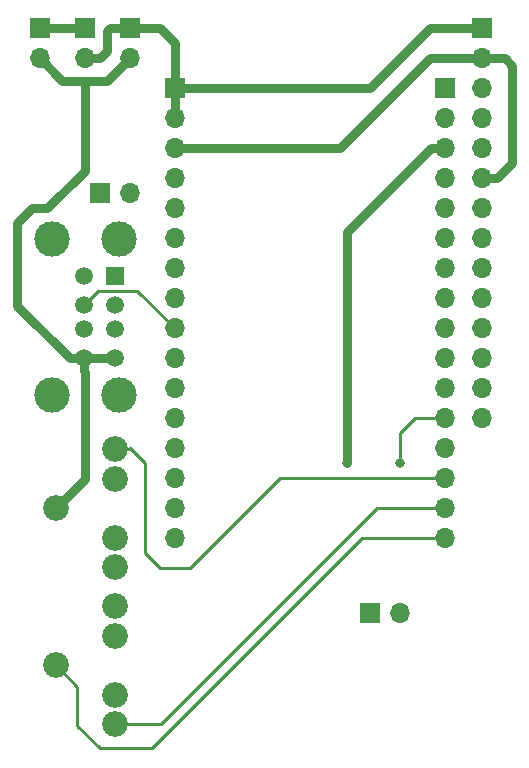
<source format=gtl>
G04 #@! TF.GenerationSoftware,KiCad,Pcbnew,5.0.1-33cea8e~68~ubuntu18.04.1*
G04 #@! TF.CreationDate,2018-11-08T20:55:39+01:00*
G04 #@! TF.ProjectId,MotherPCB,4D6F746865725043422E6B696361645F,rev?*
G04 #@! TF.SameCoordinates,Original*
G04 #@! TF.FileFunction,Copper,L1,Top,Signal*
G04 #@! TF.FilePolarity,Positive*
%FSLAX46Y46*%
G04 Gerber Fmt 4.6, Leading zero omitted, Abs format (unit mm)*
G04 Created by KiCad (PCBNEW 5.0.1-33cea8e~68~ubuntu18.04.1) date jue 08 nov 2018 20:55:39 CET*
%MOMM*%
%LPD*%
G01*
G04 APERTURE LIST*
G04 #@! TA.AperFunction,ComponentPad*
%ADD10C,3.000000*%
G04 #@! TD*
G04 #@! TA.AperFunction,ComponentPad*
%ADD11R,1.500000X1.500000*%
G04 #@! TD*
G04 #@! TA.AperFunction,ComponentPad*
%ADD12C,1.500000*%
G04 #@! TD*
G04 #@! TA.AperFunction,ComponentPad*
%ADD13O,1.700000X1.700000*%
G04 #@! TD*
G04 #@! TA.AperFunction,ComponentPad*
%ADD14R,1.700000X1.700000*%
G04 #@! TD*
G04 #@! TA.AperFunction,ComponentPad*
%ADD15C,2.184400*%
G04 #@! TD*
G04 #@! TA.AperFunction,ViaPad*
%ADD16C,0.800000*%
G04 #@! TD*
G04 #@! TA.AperFunction,Conductor*
%ADD17C,0.800000*%
G04 #@! TD*
G04 #@! TA.AperFunction,Conductor*
%ADD18C,0.250000*%
G04 #@! TD*
G04 APERTURE END LIST*
D10*
G04 #@! TO.P,,9*
G04 #@! TO.N,N/C*
X104490000Y-112305000D03*
X104490000Y-99165000D03*
D11*
G04 #@! TO.P,,1*
X104140000Y-102235000D03*
D12*
G04 #@! TO.P,,2*
X104140000Y-104735000D03*
G04 #@! TO.P,,3*
X104140000Y-106735000D03*
G04 #@! TO.P,,4*
X104140000Y-109235000D03*
D10*
G04 #@! TO.P,,9*
X98810000Y-99165000D03*
X98810000Y-112305000D03*
D12*
G04 #@! TO.P,,5*
X101520000Y-102235000D03*
G04 #@! TO.P,,6*
X101520000Y-104735000D03*
G04 #@! TO.P,,7*
X101520000Y-106735000D03*
G04 #@! TO.P,,8*
X101520000Y-109235000D03*
G04 #@! TD*
D13*
G04 #@! TO.P,Yomboprime Technologies 2018,16*
G04 #@! TO.N,N/C*
X109220000Y-124460000D03*
G04 #@! TO.P,Yomboprime Technologies 2018,15*
X109220000Y-121920000D03*
G04 #@! TO.P,Yomboprime Technologies 2018,14*
X109220000Y-119380000D03*
G04 #@! TO.P,Yomboprime Technologies 2018,13*
X109220000Y-116840000D03*
G04 #@! TO.P,Yomboprime Technologies 2018,12*
X109220000Y-114300000D03*
G04 #@! TO.P,Yomboprime Technologies 2018,11*
X109220000Y-111760000D03*
G04 #@! TO.P,Yomboprime Technologies 2018,10*
X109220000Y-109220000D03*
G04 #@! TO.P,Yomboprime Technologies 2018,9*
X109220000Y-106680000D03*
G04 #@! TO.P,Yomboprime Technologies 2018,8*
X109220000Y-104140000D03*
G04 #@! TO.P,Yomboprime Technologies 2018,7*
X109220000Y-101600000D03*
G04 #@! TO.P,Yomboprime Technologies 2018,6*
X109220000Y-99060000D03*
G04 #@! TO.P,Yomboprime Technologies 2018,5*
X109220000Y-96520000D03*
G04 #@! TO.P,Yomboprime Technologies 2018,4*
X109220000Y-93980000D03*
G04 #@! TO.P,Yomboprime Technologies 2018,3*
X109220000Y-91440000D03*
G04 #@! TO.P,Yomboprime Technologies 2018,2*
X109220000Y-88900000D03*
D14*
G04 #@! TO.P,Yomboprime Technologies 2018,1*
X109220000Y-86360000D03*
G04 #@! TD*
D13*
G04 #@! TO.P,,16*
G04 #@! TO.N,N/C*
X132080000Y-124460000D03*
G04 #@! TO.P,,15*
X132080000Y-121920000D03*
G04 #@! TO.P,,14*
X132080000Y-119380000D03*
G04 #@! TO.P,,13*
X132080000Y-116840000D03*
G04 #@! TO.P,,12*
X132080000Y-114300000D03*
G04 #@! TO.P,,11*
X132080000Y-111760000D03*
G04 #@! TO.P,,10*
X132080000Y-109220000D03*
G04 #@! TO.P,,9*
X132080000Y-106680000D03*
G04 #@! TO.P,,8*
X132080000Y-104140000D03*
G04 #@! TO.P,,7*
X132080000Y-101600000D03*
G04 #@! TO.P,,6*
X132080000Y-99060000D03*
G04 #@! TO.P,,5*
X132080000Y-96520000D03*
G04 #@! TO.P,,4*
X132080000Y-93980000D03*
G04 #@! TO.P,,3*
X132080000Y-91440000D03*
G04 #@! TO.P,,2*
X132080000Y-88900000D03*
D14*
G04 #@! TO.P,,1*
X132080000Y-86360000D03*
G04 #@! TD*
D15*
G04 #@! TO.P,,TIP*
G04 #@! TO.N,N/C*
X104140000Y-126920000D03*
G04 #@! TO.P,,TSH*
X104140000Y-124420000D03*
G04 #@! TO.P,,RING*
X104140000Y-116920000D03*
G04 #@! TO.P,,RSH*
X104140000Y-119420000D03*
G04 #@! TO.P,,SLEEVE*
X99140000Y-121920000D03*
G04 #@! TD*
G04 #@! TO.P,,TIP*
G04 #@! TO.N,N/C*
X104140000Y-140215000D03*
G04 #@! TO.P,,TSH*
X104140000Y-137715000D03*
G04 #@! TO.P,,RING*
X104140000Y-130215000D03*
G04 #@! TO.P,,RSH*
X104140000Y-132715000D03*
G04 #@! TO.P,,SLEEVE*
X99140000Y-135215000D03*
G04 #@! TD*
D13*
G04 #@! TO.P,GND VIDEO,2*
G04 #@! TO.N,N/C*
X128270000Y-130810000D03*
D14*
G04 #@! TO.P,GND VIDEO,1*
X125730000Y-130810000D03*
G04 #@! TD*
D13*
G04 #@! TO.P,,14*
G04 #@! TO.N,N/C*
X135255000Y-114300000D03*
G04 #@! TO.P,,13*
X135255000Y-111760000D03*
G04 #@! TO.P,,12*
X135255000Y-109220000D03*
G04 #@! TO.P,,11*
X135255000Y-106680000D03*
G04 #@! TO.P,,10*
X135255000Y-104140000D03*
G04 #@! TO.P,,9*
X135255000Y-101600000D03*
G04 #@! TO.P,,8*
X135255000Y-99060000D03*
G04 #@! TO.P,,7*
X135255000Y-96520000D03*
G04 #@! TO.P,,6*
X135255000Y-93980000D03*
G04 #@! TO.P,,5*
X135255000Y-91440000D03*
G04 #@! TO.P,,4*
X135255000Y-88900000D03*
G04 #@! TO.P,,3*
X135255000Y-86360000D03*
G04 #@! TO.P,,2*
X135255000Y-83820000D03*
D14*
G04 #@! TO.P,,1*
X135255000Y-81280000D03*
G04 #@! TD*
D13*
G04 #@! TO.P,POW,2*
G04 #@! TO.N,N/C*
X97790000Y-83820000D03*
D14*
G04 #@! TO.P,POW,1*
X97790000Y-81280000D03*
G04 #@! TD*
D13*
G04 #@! TO.P,SW,2*
G04 #@! TO.N,N/C*
X101600000Y-83820000D03*
D14*
G04 #@! TO.P,SW,1*
X101600000Y-81280000D03*
G04 #@! TD*
D13*
G04 #@! TO.P,FAN,2*
G04 #@! TO.N,N/C*
X105410000Y-83820000D03*
D14*
G04 #@! TO.P,FAN,1*
X105410000Y-81280000D03*
G04 #@! TD*
D13*
G04 #@! TO.P,,2*
G04 #@! TO.N,N/C*
X105410000Y-95250000D03*
D14*
G04 #@! TO.P,,1*
X102870000Y-95250000D03*
G04 #@! TD*
D16*
G04 #@! TO.N,*
X123825000Y-118110000D03*
X128270000Y-118110000D03*
G04 #@! TD*
D17*
G04 #@! TO.N,*
X97790000Y-81280000D02*
X101600000Y-81280000D01*
X103505000Y-81535000D02*
X103760000Y-81280000D01*
X103505000Y-83185000D02*
X103505000Y-81535000D01*
X103760000Y-81280000D02*
X105410000Y-81280000D01*
X102870000Y-83820000D02*
X103505000Y-83185000D01*
X101600000Y-83820000D02*
X102870000Y-83820000D01*
X105410000Y-81280000D02*
X107950000Y-81280000D01*
X109220000Y-82550000D02*
X109220000Y-86360000D01*
X107950000Y-81280000D02*
X109220000Y-82550000D01*
X109220000Y-86360000D02*
X109220000Y-88900000D01*
X103505000Y-85725000D02*
X105410000Y-83820000D01*
X97790000Y-83820000D02*
X99695000Y-85725000D01*
X109220000Y-91440000D02*
X123190000Y-91440000D01*
X130810000Y-83820000D02*
X135255000Y-83820000D01*
X123190000Y-91440000D02*
X130810000Y-83820000D01*
X109220000Y-86360000D02*
X125730000Y-86360000D01*
X125730000Y-86360000D02*
X130810000Y-81280000D01*
X130810000Y-81280000D02*
X135255000Y-81280000D01*
D18*
X102750000Y-103505000D02*
X101520000Y-104735000D01*
X109220000Y-106680000D02*
X106045000Y-103505000D01*
X106045000Y-103505000D02*
X102750000Y-103505000D01*
D17*
X101600000Y-85725000D02*
X103505000Y-85725000D01*
X99695000Y-85725000D02*
X101600000Y-85725000D01*
X101520000Y-109235000D02*
X104140000Y-109235000D01*
X136525000Y-93980000D02*
X135255000Y-93980000D01*
X137795000Y-92710000D02*
X136525000Y-93980000D01*
X137795000Y-84455000D02*
X137795000Y-92710000D01*
X135255000Y-83820000D02*
X137160000Y-83820000D01*
X137160000Y-83820000D02*
X137795000Y-84455000D01*
X101520000Y-110295660D02*
X101600000Y-110375660D01*
X101520000Y-109235000D02*
X101520000Y-110295660D01*
X101600000Y-119460000D02*
X99140000Y-121920000D01*
X101600000Y-110375660D02*
X101600000Y-119460000D01*
D18*
X132080000Y-119380000D02*
X118110000Y-119380000D01*
X118110000Y-119380000D02*
X110490000Y-127000000D01*
X110490000Y-127000000D02*
X107950000Y-127000000D01*
X107950000Y-127000000D02*
X106680000Y-125730000D01*
X106680000Y-125730000D02*
X106680000Y-118110000D01*
X106680000Y-118110000D02*
X105410000Y-116840000D01*
X105330000Y-116920000D02*
X104140000Y-116920000D01*
X105410000Y-116840000D02*
X105330000Y-116920000D01*
X132080000Y-124460000D02*
X125095000Y-124460000D01*
X125095000Y-124460000D02*
X107315000Y-142240000D01*
X107315000Y-142240000D02*
X102870000Y-142240000D01*
X102870000Y-142240000D02*
X100965000Y-140335000D01*
X100965000Y-137040000D02*
X99140000Y-135215000D01*
X100965000Y-140335000D02*
X100965000Y-137040000D01*
X108070000Y-140215000D02*
X104140000Y-140215000D01*
X132080000Y-121920000D02*
X126365000Y-121920000D01*
X126365000Y-121920000D02*
X108070000Y-140215000D01*
D17*
X130877919Y-91440000D02*
X123825000Y-98492919D01*
X132080000Y-91440000D02*
X130877919Y-91440000D01*
X123825000Y-98492919D02*
X123825000Y-118110000D01*
D18*
X132080000Y-114300000D02*
X130877919Y-114300000D01*
X130877919Y-114300000D02*
X129540000Y-114300000D01*
X129540000Y-114300000D02*
X128270000Y-115570000D01*
X128270000Y-115570000D02*
X128270000Y-118110000D01*
D17*
X101600000Y-93345000D02*
X101600000Y-85725000D01*
X101520000Y-109235000D02*
X100345000Y-109235000D01*
X98425000Y-96520000D02*
X101600000Y-93345000D01*
X97155000Y-96520000D02*
X98425000Y-96520000D01*
X100345000Y-109235000D02*
X95885000Y-104775000D01*
X95885000Y-104775000D02*
X95885000Y-97790000D01*
X95885000Y-97790000D02*
X97155000Y-96520000D01*
G04 #@! TD*
M02*

</source>
